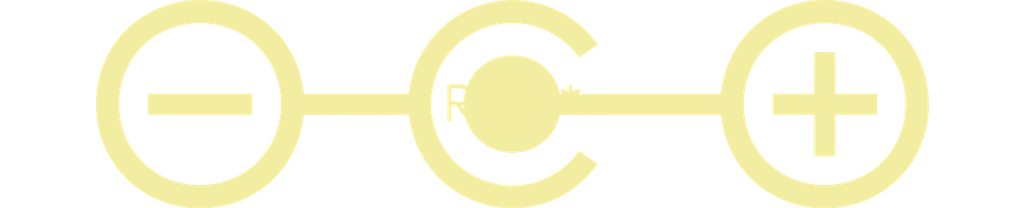
<source format=kicad_pcb>
(kicad_pcb (version 20240108) (generator pcbnew)
  (layers (0 "F.Cu" signal) (31 "B.Cu" signal) (34 "B.Paste" user) (35 "F.Paste" user) (36 "B.SilkS" user "B.Silkscreen") (37 "F.SilkS" user "F.Silkscreen") (38 "B.Mask" user) (39 "F.Mask" user) (44 "Edge.Cuts" user))
  (net 0 "")
  (footprint "Polarity_Center_Positive_8mm_SilkScreen" (layer "F.Cu") (at 0 0)
    (property "Reference" "REF**")
    (property "Value" "Polarity_Center_Positive_8mm_SilkScreen")
    (fp_poly (pts (xy -10.009605 0.401052) (xy -14.020131 0.401052) (xy -14.020131 -0.401053) (xy -10.009605 -0.401053) (xy -10.009605 0.401052)) (layer "F.SilkS") (stroke (width 0.01)) (fill solid))
    (fp_poly (pts (xy 12.432632 -0.401053) (xy 14.036842 -0.401053) (xy 14.036842 0.401052) (xy 12.432632 0.401052) (xy 12.432632 2.005263) (xy 11.630527 2.005263) (xy 11.630527 0.401052) (xy 10.026316 0.401052) (xy 10.026316 -0.400729) (xy 10.824244 -0.405068) (xy 11.622171 -0.409408) (xy 11.626511 -1.207336) (xy 11.630851 -2.005263) (xy 12.432632 -2.005263) (xy 12.432632 -0.401053)) (layer "F.SilkS") (stroke (width 0.01)) (fill solid))
    (fp_poly (pts (xy 12.192902 -4.006309) (xy 12.337979 -4.000716) (xy 12.408755 -3.995429) (xy 12.765153 -3.946866) (xy 13.114927 -3.868046) (xy 13.455088 -3.760185) (xy 13.782649 -3.6245) (xy 14.094623 -3.462206) (xy 14.388022 -3.274517) (xy 14.621711 -3.094976) (xy 14.886338 -2.852387) (xy 15.126136 -2.587977) (xy 15.340067 -2.303393) (xy 15.527096 -2.000282) (xy 15.686188 -1.680292) (xy 15.816307 -1.345069) (xy 15.900371 -1.0611) (xy 15.971818 -0.722532) (xy 16.015945 -0.374598) (xy 16.03263 -0.023222) (xy 16.02175 0.325667) (xy 15.983184 0.666144) (xy 15.940574 0.892136) (xy 15.845161 1.249292) (xy 15.721016 1.59098) (xy 15.568975 1.915956) (xy 15.389876 2.222976) (xy 15.184555 2.510794) (xy 14.953851 2.778166) (xy 14.698599 3.023846) (xy 14.419637 3.246591) (xy 14.301953 3.328752) (xy 13.9939 3.515956) (xy 13.67231 3.672927) (xy 13.336484 3.799931) (xy 12.985722 3.897236) (xy 12.645076 3.961371) (xy 12.559438 3.971881) (xy 12.453668 3.981529) (xy 12.334861 3.989995) (xy 12.210112 3.99696) (xy 12.086516 4.002104) (xy 11.971168 4.005108) (xy 11.871161 4.005652) (xy 11.793592 4.003418) (xy 11.764211 4.001022) (xy 11.722732 3.996454) (xy 11.658261 3.989525) (xy 11.581046 3.981332) (xy 11.530263 3.975993) (xy 11.200055 3.92543) (xy 10.86939 3.843842) (xy 10.543034 3.733217) (xy 10.225756 3.59554) (xy 9.922325 3.432798) (xy 9.637506 3.246976) (xy 9.466513 3.116302) (xy 9.357468 3.022496) (xy 9.238037 2.911172) (xy 9.117256 2.791331) (xy 9.004159 2.671975) (xy 8.907781 2.562105) (xy 8.896433 2.548355) (xy 8.701346 2.284697) (xy 8.527372 1.997747) (xy 8.376184 1.691398) (xy 8.249455 1.369542) (xy 8.148857 1.036073) (xy 8.076061 0.694882) (xy 8.061949 0.605756) (xy 8.031863 0.401052) (xy 4.934486 0.401052) (xy 4.543082 0.401093) (xy 4.18389 0.40122) (xy 3.855701 0.401441) (xy 3.557307 0.401764) (xy 3.287499 0.402198) (xy 3.045068 0.402752) (xy 2.828805 0.403432) (xy 2.637502 0.404247) (xy 2.469949 0.405205) (xy 2.324938 0.406315) (xy 2.20126 0.407584) (xy 2.097707 0.40902) (xy 2.013069 0.410633) (xy 1.946138 0.412429) (xy 1.895704 0.414418) (xy 1.86056 0.416606) (xy 1.839496 0.419003) (xy 1.831304 0.421617) (xy 1.83113 0.421941) (xy 1.763743 0.633138) (xy 1.689231 0.81714) (xy 1.604296 0.979953) (xy 1.50564 1.127583) (xy 1.389965 1.266035) (xy 1.337648 1.32074) (xy 1.157875 1.479474) (xy 0.961939 1.610969) (xy 0.752892 1.71522) (xy 0.533782 1.792223) (xy 0.307659 1.841974) (xy 0.077573 1.864467) (xy -0.153427 1.8597) (xy -0.382291 1.827667) (xy -0.60597 1.768364) (xy -0.821413 1.681786) (xy -1.025572 1.56793) (xy -1.215396 1.426791) (xy -1.325554 1.324568) (xy -1.487705 1.140584) (xy -1.619024 0.946599) (xy -1.721341 0.7397) (xy -1.763001 0.628108) (xy -1.827572 0.38682) (xy -1.861093 0.143736) (xy -1.862978 0.005772) (xy 8.906711 0.005772) (xy 8.920906 0.329034) (xy 8.964014 0.637764) (xy 9.036816 0.935476) (xy 9.140093 1.225683) (xy 9.215889 1.395329) (xy 9.366575 1.671197) (xy 9.542827 1.926678) (xy 9.742881 2.160621) (xy 9.964969 2.371872) (xy 10.207327 2.559278) (xy 10.468188 2.721687) (xy 10.745788 2.857945) (xy 11.03836 2.966901) (xy 11.34414 3.0474) (xy 11.66136 3.098292) (xy 11.847763 3.113672) (xy 11.908024 3.11708) (xy 11.960664 3.120261) (xy 11.981448 3.12163) (xy 12.0132 3.121545) (xy 12.07069 3.119234) (xy 12.146336 3.115079) (xy 12.232555 3.109459) (xy 12.25168 3.108101) (xy 12.579739 3.068668) (xy 12.89453 2.999363) (xy 13.194692 2.901369) (xy 13.47886 2.775868) (xy 13.745672 2.624043) (xy 13.993765 2.447078) (xy 14.221776 2.246155) (xy 14.428341 2.022457) (xy 14.612099 1.777166) (xy 14.771686 1.511467) (xy 14.905738 1.226541) (xy 15.012894 0.923572) (xy 15.082028 0.65171) (xy 15.103192 0.526293) (xy 15.119883 0.377016) (xy 15.131731 0.213187) (xy 15.138363 0.044114) (xy 15.139409 -0.120895) (xy 15.134497 -0.272532) (xy 15.123867 -0.396596) (xy 15.067843 -0.723709) (xy 14.982353 -1.035706) (xy 14.867926 -1.331719) (xy 14.72509 -1.61088) (xy 14.554376 -1.87232) (xy 14.356312 -2.115171) (xy 14.131426 -2.338566) (xy 13.88025 -2.541635) (xy 13.769474 -2.619029) (xy 13.513893 -2.770376) (xy 13.240478 -2.895532) (xy 12.952683 -2.994064) (xy 12.653964 -3.065543) (xy 12.347776 -3.109539) (xy 12.037574 -3.125621) (xy 11.726814 -3.113359) (xy 11.41895 -3.072324) (xy 11.117439 -3.002084) (xy 10.995527 -2.964434) (xy 10.698611 -2.848765) (xy 10.419741 -2.705756) (xy 10.160179 -2.536966) (xy 9.921185 -2.343957) (xy 9.704019 -2.128287) (xy 9.509942 -1.891516) (xy 9.340215 -1.635205) (xy 9.196098 -1.360914) (xy 9.078852 -1.070201) (xy 8.989738 -0.764628) (xy 8.930017 -0.445753) (xy 8.92424 -0.401491) (xy 8.917943 -0.332804) (xy 8.91265 -0.241091) (xy 8.908807 -0.136741) (xy 8.906861 -0.030146) (xy 8.906711 0.005772) (xy -1.862978 0.005772) (xy -1.8644 -0.098266) (xy -1.838327 -0.336309) (xy -1.783708 -0.567513) (xy -1.701377 -0.789002) (xy -1.592169 -0.997896) (xy -1.456919 -1.191318) (xy -1.296461 -1.366389) (xy -1.14793 -1.493268) (xy -0.947165 -1.625903) (xy -0.732008 -1.730142) (xy -0.505829 -1.805903) (xy -0.271998 -1.8531) (xy -0.033885 -1.87165) (xy 0.205139 -1.861468) (xy 0.441705 -1.82247) (xy 0.672442 -1.754572) (xy 0.89398 -1.657689) (xy 1.077829 -1.54894) (xy 1.133012 -1.507974) (xy 1.201285 -1.451687) (xy 1.272431 -1.388711) (xy 1.315837 -1.347832) (xy 1.460342 -1.191574) (xy 1.581841 -1.024015) (xy 1.683166 -0.840071) (xy 1.767147 -0.634663) (xy 1.831634 -0.421941) (xy 1.838314 -0.419302) (xy 1.857719 -0.416881) (xy 1.891057 -0.414668) (xy 1.939537 -0.412657) (xy 2.004366 -0.410839) (xy 2.086754 -0.409205) (xy 2.18791 -0.407748) (xy 2.309041 -0.40646) (xy 2.451356 -0.405332) (xy 2.616064 -0.404356) (xy 2.804373 -0.403524) (xy 3.017492 -0.402828) (xy 3.256629 -0.40226) (xy 3.522993 -0.401812) (xy 3.817792 -0.401475) (xy 4.142235 -0.401242) (xy 4.497531 -0.401104) (xy 4.884887 -0.401053) (xy 8.034482 -0.401053) (xy 8.045948 -0.505494) (xy 8.076576 -0.715048) (xy 8.122961 -0.940036) (xy 8.182003 -1.168297) (xy 8.250598 -1.387675) (xy 8.315223 -1.56084) (xy 8.467118 -1.890155) (xy 8.645528 -2.199993) (xy 8.849071 -2.48928) (xy 9.076364 -2.756945) (xy 9.326025 -3.001914) (xy 9.596672 -3.223115) (xy 9.886923 -3.419475) (xy 10.195396 -3.589921) (xy 10.520708 -3.73338) (xy 10.861477 -3.848781) (xy 11.216322 -3.935049) (xy 11.419426 -3.970052) (xy 11.547389 -3.985017) (xy 11.698661 -3.99638) (xy 11.8633 -4.003886) (xy 12.031361 -4.007281) (xy 12.192902 -4.006309)) (layer "F.SilkS") (stroke (width 0.01)) (fill solid))
    (fp_poly (pts (xy 0.377761 -3.988342) (xy 0.727499 -3.940352) (xy 1.072622 -3.860712) (xy 1.345198 -3.773501) (xy 1.685301 -3.632911) (xy 2.009927 -3.463113) (xy 2.317468 -3.265305) (xy 2.606317 -3.040688) (xy 2.874867 -2.790459) (xy 3.121509 -2.515818) (xy 3.247254 -2.354779) (xy 3.291712 -2.294886) (xy 2.945644 -2.053989) (xy 2.850337 -1.988166) (xy 2.763526 -1.9292) (xy 2.689122 -1.879667) (xy 2.631036 -1.842144) (xy 2.59318 -1.819208) (xy 2.580021 -1.813092) (xy 2.56075 -1.825574) (xy 2.529149 -1.858271) (xy 2.492673 -1.903318) (xy 2.302792 -2.129219) (xy 2.086774 -2.338178) (xy 1.848613 -2.527715) (xy 1.592306 -2.695347) (xy 1.321844 -2.838593) (xy 1.041225 -2.954972) (xy 0.754441 -3.042001) (xy 0.608263 -3.074063) (xy 0.28843 -3.118557) (xy -0.030568 -3.130712) (xy -0.346463 -3.111214) (xy -0.656983 -3.06075) (xy -0.959859 -2.980008) (xy -1.252821 -2.869674) (xy -1.533598 -2.730434) (xy -1.79992 -2.562977) (xy -2.049517 -2.367987) (xy -2.205969 -2.222575) (xy -2.426268 -1.980632) (xy -2.617223 -1.722753) (xy -2.778894 -1.448816) (xy -2.911345 -1.158699) (xy -3.014635 -0.852281) (xy -3.088828 -0.529439) (xy -3.102046 -0.451179) (xy -3.117124 -0.322431) (xy -3.12633 -0.171723) (xy -3.129659 -0.009787) (xy -3.127107 0.152644) (xy -3.118671 0.304838) (xy -3.104345 0.436062) (xy -3.102387 0.448903) (xy -3.035442 0.771444) (xy -2.939046 1.080841) (xy -2.814269 1.375401) (xy -2.66218 1.653428) (xy -2.483849 1.913229) (xy -2.280347 2.153108) (xy -2.052743 2.371372) (xy -1.802107 2.566325) (xy -1.737894 2.609954) (xy -1.459151 2.774875) (xy -1.168881 2.909419) (xy -0.869333 3.013278) (xy -0.562756 3.086143) (xy -0.251398 3.127708) (xy 0.062491 3.137664) (xy 0.376665 3.115703) (xy 0.688874 3.061518) (xy 0.976514 2.9816) (xy 1.279163 2.864397) (xy 1.5661 2.71829) (xy 1.835482 2.544558) (xy 2.085468 2.344477) (xy 2.314214 2.119326) (xy 2.451827 1.95865) (xy 2.575952 1.80342) (xy 2.654062 1.859274) (xy 2.692614 1.886539) (xy 2.752767 1.928711) (xy 2.828636 1.981681) (xy 2.914335 2.041339) (xy 3.003717 2.103397) (xy 3.086852 2.161534) (xy 3.159699 2.21343) (xy 3.2181 2.256045) (xy 3.257897 2.286334) (xy 3.274929 2.301257) (xy 3.275263 2.302004) (xy 3.26459 2.32467) (xy 3.235084 2.367408) (xy 3.190513 2.425673) (xy 3.134647 2.494918) (xy 3.071254 2.570596) (xy 3.004104 2.648163) (xy 2.936967 2.72307) (xy 2.87361 2.790773) (xy 2.849858 2.815133) (xy 2.578958 3.065909) (xy 2.291269 3.288124) (xy 1.988073 3.481244) (xy 1.670654 3.644731) (xy 1.340295 3.778049) (xy 0.998279 3.88066) (xy 0.64589 3.952029) (xy 0.28441 3.991618) (xy 0.016711 4.000143) (xy -0.323863 3.988334) (xy -0.646072 3.952189) (xy -0.955851 3.890315) (xy -1.259135 3.801322) (xy -1.561857 3.683819) (xy -1.792132 3.576129) (xy -2.109137 3.399165) (xy -2.407054 3.195292) (xy -2.684346 2.966034) (xy -2.939476 2.712916) (xy -3.170904 2.437466) (xy -3.377095 2.141207) (xy -3.556442 1.825797) (xy -3.706736 1.497655) (xy -3.824983 1.164681) (xy -3.912549 0.822707) (xy -3.947363 0.63405) (xy -3.984838 0.40092) (xy -8.029408 0.409408) (xy -8.042035 0.526381) (xy -8.085776 0.809582) (xy -8.15552 1.101752) (xy -8.248452 1.394938) (xy -8.361755 1.681184) (xy -8.492615 1.952534) (xy -8.630503 2.189079) (xy -8.760356 2.376848) (xy -8.90901 2.566687) (xy -9.069784 2.751127) (xy -9.235999 2.922698) (xy -9.400975 3.073929) (xy -9.47969 3.138624) (xy -9.779154 3.353957) (xy -10.09158 3.53849) (xy -10.416908 3.6922) (xy -10.755077 3.815067) (xy -11.106027 3.907069) (xy -11.469698 3.968185) (xy -11.84603 3.998393) (xy -11.92296 4.000727) (xy -12.025043 4.002543) (xy -12.120176 4.003407) (xy -12.201411 4.003318) (xy -12.261797 4.002277) (xy -12.290592 4.000741) (xy -12.517141 3.975297) (xy -12.718711 3.946069) (xy -12.903677 3.911394) (xy -13.080414 3.869606) (xy -13.257297 3.819043) (xy -13.343355 3.791613) (xy -13.676201 3.665133) (xy -13.992855 3.510203) (xy -14.291925 3.328337) (xy -14.572024 3.121048) (xy -14.831761 2.88985) (xy -15.069747 2.636256) (xy -15.284593 2.361782) (xy -15.474908 2.067939) (xy -15.639303 1.756242) (xy -15.776389 1.428205) (xy -15.884776 1.085341) (xy -15.906838 0.999079) (xy -15.94125 0.851295) (xy -15.967935 0.718663) (xy -15.987779 0.593101) (xy -16.001669 0.466528) (xy -16.010492 0.330863) (xy -16.015135 0.178023) (xy -16.016485 0) (xy -16.016422 -0.008355) (xy -15.139737 -0.008355) (xy -15.124204 0.323593) (xy -15.077901 0.645297) (xy -15.001274 0.955378) (xy -14.894769 1.252459) (xy -14.758829 1.53516) (xy -14.593901 1.802105) (xy -14.523484 1.899438) (xy -14.321289 2.140069) (xy -14.096538 2.357076) (xy -13.851449 2.549268) (xy -13.588237 2.715455) (xy -13.30912 2.854447) (xy -13.016315 2.965053) (xy -12.712039 3.046083) (xy -12.398509 3.096346) (xy -12.273881 3.107375) (xy -12.19574 3.112724) (xy -12.127454 3.117402) (xy -12.077475 3.120831) (xy -12.056644 3.122264) (xy -12.028278 3.121942) (xy -11.973748 3.119452) (xy -11.900215 3.115183) (xy -11.814839 3.109525) (xy -11.790211 3.107775) (xy -11.465335 3.06856) (xy -11.153334 2.999548) (xy -10.8556 2.902131) (xy -10.573523 2.777701) (xy -10.308493 2.627648) (xy -10.061902 2.453364) (xy -9.835141 2.256239) (xy -9.629599 2.037666) (xy -9.446669 1.799035) (xy -9.287739 1.541738) (xy -9.154202 1.267165) (xy -9.047449 0.976708) (xy -8.968869 0.671759) (xy -8.919853 0.353708) (xy -8.908997 0.225592) (xy -8.902791 -0.10536) (xy -8.92736 -0.42801) (xy -8.981786 -0.740703) (xy -9.065149 -1.041783) (xy -9.176532 -1.329596) (xy -9.315014 -1.602487) (xy -9.479679 -1.858799) (xy -9.669607 -2.096878) (xy -9.883879 -2.315069) (xy -10.121577 -2.511716) (xy -10.381781 -2.685164) (xy -10.586467 -2.796705) (xy -10.877325 -2.922958) (xy -11.179485 -3.019014) (xy -11.489887 -3.084852) (xy -11.805469 -3.120452) (xy -12.123169 -3.125792) (xy -12.439926 -3.100853) (xy -12.752678 -3.045613) (xy -13.058363 -2.960053) (xy -13.35392 -2.84415) (xy -13.414755 -2.815791) (xy -13.693318 -2.66421) (xy -13.950584 -2.487722) (xy -14.185532 -2.287985) (xy -14.397144 -2.066657) (xy -14.584402 -1.825395) (xy -14.746287 -1.565858) (xy -14.88178 -1.289704) (xy -14.989863 -0.998589) (xy -15.069516 -0.694173) (xy -15.119722 -0.378113) (xy -15.139461 -0.052068) (xy -15.139737 -0.008355) (xy -16.016422 -0.008355) (xy -16.015133 -0.177861) (xy -16.010505 -0.330529) (xy -16.001748 -0.466146) (xy -15.988007 -0.592852) (xy -15.968426 -0.718788) (xy -15.942152 -0.852094) (xy -15.913851 -0.977566) (xy -15.815338 -1.325612) (xy -15.687672 -1.658699) (xy -15.532226 -1.975467) (xy -15.350375 -2.274557) (xy -15.143495 -2.554611) (xy -14.912959 -2.814269) (xy -14.660143 -3.052172) (xy -14.386421 -3.266962) (xy -14.093168 -3.457279) (xy -13.781758 -3.621763) (xy -13.453566 -3.759057) (xy -13.109968 -3.867801) (xy -12.950658 -3.907067) (xy -12.813349 -3.936747) (xy -12.691821 -3.959719) (xy -12.578157 -3.976776) (xy -12.464436 -3.988712) (xy -12.342743 -3.996321) (xy -12.205157 -4.000397) (xy -12.043761 -4.001735) (xy -12.006513 -4.001742) (xy -11.827518 -4.000121) (xy -11.67351 -3.994998) (xy -11.536158 -3.985494) (xy -11.407133 -3.970731) (xy -11.278103 -3.949828) (xy -11.140737 -3.921907) (xy -11.046669 -3.900436) (xy -10.720384 -3.808022) (xy -10.39906 -3.686625) (xy -10.088579 -3.539022) (xy -9.794823 -3.367993) (xy -9.539193 -3.188343) (xy -9.417594 -3.088759) (xy -9.286724 -2.971412) (xy -9.155249 -2.844734) (xy -9.031836 -2.71716) (xy -8.925152 -2.597122) (xy -8.898694 -2.565066) (xy -8.697858 -2.292084) (xy -8.519362 -1.998908) (xy -8.365234 -1.690217) (xy -8.237502 -1.370688) (xy -8.138193 -1.044998) (xy -8.069336 -0.717826) (xy -8.054683 -0.61829) (xy -8.045117 -0.548263) (xy -8.036212 -0.487241) (xy -8.029516 -0.445725) (xy -8.028171 -0.438651) (xy -8.020416 -0.401053) (xy -3.977105 -0.401053) (xy -3.977105 -0.440665) (xy -3.97359 -0.483817) (xy -3.963962 -0.552118) (xy -3.9496 -0.638144) (xy -3.931878 -0.734472) (xy -3.912175 -0.833678) (xy -3.891868 -0.928341) (xy -3.872333 -1.011036) (xy -3.868579 -1.025721) (xy -3.765821 -1.355893) (xy -3.632031 -1.678058) (xy -3.469198 -1.989358) (xy -3.279312 -2.286935) (xy -3.064363 -2.56793) (xy -2.826341 -2.829485) (xy -2.567235 -3.068742) (xy -2.305124 -3.271541) (xy -2.002811 -3.465149) (xy -1.68637 -3.629685) (xy -1.358144 -3.764826) (xy -1.020477 -3.870251) (xy -0.67571 -3.945637) (xy -0.326186 -3.990663) (xy 0.025752 -4.005005) (xy 0.377761 -3.988342)) (layer "F.SilkS") (stroke (width 0.01)) (fill solid))
  )
)
</source>
